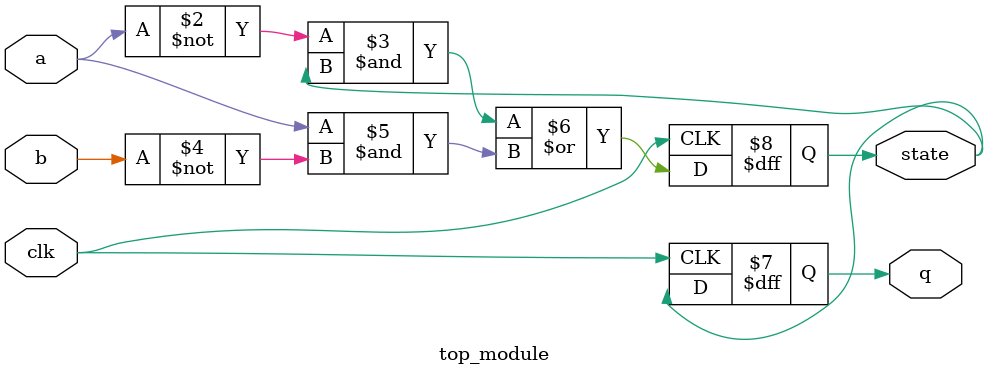
<source format=sv>
module top_module (
    input clk,
    input a,
    input b,
    output reg q,
    output reg state
);

always @(posedge clk) begin
    state <= (~a & state) | (a & ~b);
    q <= state;
end

endmodule

</source>
